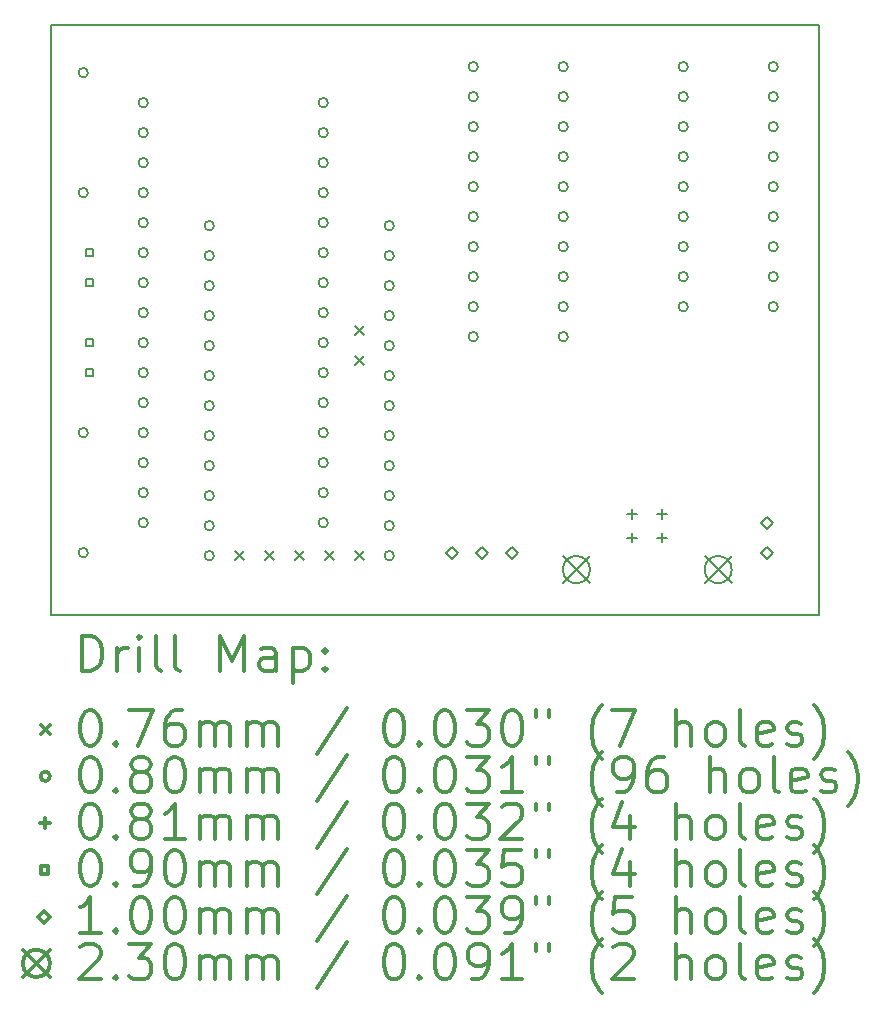
<source format=gbr>
%FSLAX45Y45*%
G04 Gerber Fmt 4.5, Leading zero omitted, Abs format (unit mm)*
G04 Created by KiCad (PCBNEW 4.0.6) date 04/12/19 16:58:53*
%MOMM*%
%LPD*%
G01*
G04 APERTURE LIST*
%ADD10C,0.127000*%
%ADD11C,0.150000*%
%ADD12C,0.200000*%
%ADD13C,0.300000*%
G04 APERTURE END LIST*
D10*
D11*
X16893200Y-13433200D02*
X10393200Y-13433200D01*
X16893200Y-8433200D02*
X16893200Y-13433200D01*
X10393200Y-8433200D02*
X10393200Y-13433200D01*
X10393200Y-8433200D02*
X16893200Y-8433200D01*
D12*
X11950700Y-12890500D02*
X12026900Y-12966700D01*
X12026900Y-12890500D02*
X11950700Y-12966700D01*
X12204700Y-12890500D02*
X12280900Y-12966700D01*
X12280900Y-12890500D02*
X12204700Y-12966700D01*
X12458700Y-12890500D02*
X12534900Y-12966700D01*
X12534900Y-12890500D02*
X12458700Y-12966700D01*
X12712700Y-12890500D02*
X12788900Y-12966700D01*
X12788900Y-12890500D02*
X12712700Y-12966700D01*
X12966700Y-10985500D02*
X13042900Y-11061700D01*
X13042900Y-10985500D02*
X12966700Y-11061700D01*
X12966700Y-11239500D02*
X13042900Y-11315700D01*
X13042900Y-11239500D02*
X12966700Y-11315700D01*
X12966700Y-12890500D02*
X13042900Y-12966700D01*
X13042900Y-12890500D02*
X12966700Y-12966700D01*
X10708000Y-8839200D02*
G75*
G03X10708000Y-8839200I-40000J0D01*
G01*
X10708000Y-9855200D02*
G75*
G03X10708000Y-9855200I-40000J0D01*
G01*
X10708000Y-11887200D02*
G75*
G03X10708000Y-11887200I-40000J0D01*
G01*
X10708000Y-12903200D02*
G75*
G03X10708000Y-12903200I-40000J0D01*
G01*
X11216000Y-9093200D02*
G75*
G03X11216000Y-9093200I-40000J0D01*
G01*
X11216000Y-9347200D02*
G75*
G03X11216000Y-9347200I-40000J0D01*
G01*
X11216000Y-9601200D02*
G75*
G03X11216000Y-9601200I-40000J0D01*
G01*
X11216000Y-9855200D02*
G75*
G03X11216000Y-9855200I-40000J0D01*
G01*
X11216000Y-10109200D02*
G75*
G03X11216000Y-10109200I-40000J0D01*
G01*
X11216000Y-10363200D02*
G75*
G03X11216000Y-10363200I-40000J0D01*
G01*
X11216000Y-10617200D02*
G75*
G03X11216000Y-10617200I-40000J0D01*
G01*
X11216000Y-10871200D02*
G75*
G03X11216000Y-10871200I-40000J0D01*
G01*
X11216000Y-11125200D02*
G75*
G03X11216000Y-11125200I-40000J0D01*
G01*
X11216000Y-11379200D02*
G75*
G03X11216000Y-11379200I-40000J0D01*
G01*
X11216000Y-11633200D02*
G75*
G03X11216000Y-11633200I-40000J0D01*
G01*
X11216000Y-11887200D02*
G75*
G03X11216000Y-11887200I-40000J0D01*
G01*
X11216000Y-12141200D02*
G75*
G03X11216000Y-12141200I-40000J0D01*
G01*
X11216000Y-12395200D02*
G75*
G03X11216000Y-12395200I-40000J0D01*
G01*
X11216000Y-12649200D02*
G75*
G03X11216000Y-12649200I-40000J0D01*
G01*
X11774800Y-10134600D02*
G75*
G03X11774800Y-10134600I-40000J0D01*
G01*
X11774800Y-10388600D02*
G75*
G03X11774800Y-10388600I-40000J0D01*
G01*
X11774800Y-10642600D02*
G75*
G03X11774800Y-10642600I-40000J0D01*
G01*
X11774800Y-10896600D02*
G75*
G03X11774800Y-10896600I-40000J0D01*
G01*
X11774800Y-11150600D02*
G75*
G03X11774800Y-11150600I-40000J0D01*
G01*
X11774800Y-11404600D02*
G75*
G03X11774800Y-11404600I-40000J0D01*
G01*
X11774800Y-11658600D02*
G75*
G03X11774800Y-11658600I-40000J0D01*
G01*
X11774800Y-11912600D02*
G75*
G03X11774800Y-11912600I-40000J0D01*
G01*
X11774800Y-12166600D02*
G75*
G03X11774800Y-12166600I-40000J0D01*
G01*
X11774800Y-12420600D02*
G75*
G03X11774800Y-12420600I-40000J0D01*
G01*
X11774800Y-12674600D02*
G75*
G03X11774800Y-12674600I-40000J0D01*
G01*
X11774800Y-12928600D02*
G75*
G03X11774800Y-12928600I-40000J0D01*
G01*
X12740000Y-9093200D02*
G75*
G03X12740000Y-9093200I-40000J0D01*
G01*
X12740000Y-9347200D02*
G75*
G03X12740000Y-9347200I-40000J0D01*
G01*
X12740000Y-9601200D02*
G75*
G03X12740000Y-9601200I-40000J0D01*
G01*
X12740000Y-9855200D02*
G75*
G03X12740000Y-9855200I-40000J0D01*
G01*
X12740000Y-10109200D02*
G75*
G03X12740000Y-10109200I-40000J0D01*
G01*
X12740000Y-10363200D02*
G75*
G03X12740000Y-10363200I-40000J0D01*
G01*
X12740000Y-10617200D02*
G75*
G03X12740000Y-10617200I-40000J0D01*
G01*
X12740000Y-10871200D02*
G75*
G03X12740000Y-10871200I-40000J0D01*
G01*
X12740000Y-11125200D02*
G75*
G03X12740000Y-11125200I-40000J0D01*
G01*
X12740000Y-11379200D02*
G75*
G03X12740000Y-11379200I-40000J0D01*
G01*
X12740000Y-11633200D02*
G75*
G03X12740000Y-11633200I-40000J0D01*
G01*
X12740000Y-11887200D02*
G75*
G03X12740000Y-11887200I-40000J0D01*
G01*
X12740000Y-12141200D02*
G75*
G03X12740000Y-12141200I-40000J0D01*
G01*
X12740000Y-12395200D02*
G75*
G03X12740000Y-12395200I-40000J0D01*
G01*
X12740000Y-12649200D02*
G75*
G03X12740000Y-12649200I-40000J0D01*
G01*
X13298800Y-10134600D02*
G75*
G03X13298800Y-10134600I-40000J0D01*
G01*
X13298800Y-10388600D02*
G75*
G03X13298800Y-10388600I-40000J0D01*
G01*
X13298800Y-10642600D02*
G75*
G03X13298800Y-10642600I-40000J0D01*
G01*
X13298800Y-10896600D02*
G75*
G03X13298800Y-10896600I-40000J0D01*
G01*
X13298800Y-11150600D02*
G75*
G03X13298800Y-11150600I-40000J0D01*
G01*
X13298800Y-11404600D02*
G75*
G03X13298800Y-11404600I-40000J0D01*
G01*
X13298800Y-11658600D02*
G75*
G03X13298800Y-11658600I-40000J0D01*
G01*
X13298800Y-11912600D02*
G75*
G03X13298800Y-11912600I-40000J0D01*
G01*
X13298800Y-12166600D02*
G75*
G03X13298800Y-12166600I-40000J0D01*
G01*
X13298800Y-12420600D02*
G75*
G03X13298800Y-12420600I-40000J0D01*
G01*
X13298800Y-12674600D02*
G75*
G03X13298800Y-12674600I-40000J0D01*
G01*
X13298800Y-12928600D02*
G75*
G03X13298800Y-12928600I-40000J0D01*
G01*
X14010000Y-8788400D02*
G75*
G03X14010000Y-8788400I-40000J0D01*
G01*
X14010000Y-9042400D02*
G75*
G03X14010000Y-9042400I-40000J0D01*
G01*
X14010000Y-9296400D02*
G75*
G03X14010000Y-9296400I-40000J0D01*
G01*
X14010000Y-9550400D02*
G75*
G03X14010000Y-9550400I-40000J0D01*
G01*
X14010000Y-9804400D02*
G75*
G03X14010000Y-9804400I-40000J0D01*
G01*
X14010000Y-10058400D02*
G75*
G03X14010000Y-10058400I-40000J0D01*
G01*
X14010000Y-10312400D02*
G75*
G03X14010000Y-10312400I-40000J0D01*
G01*
X14010000Y-10566400D02*
G75*
G03X14010000Y-10566400I-40000J0D01*
G01*
X14010000Y-10820400D02*
G75*
G03X14010000Y-10820400I-40000J0D01*
G01*
X14010000Y-11074400D02*
G75*
G03X14010000Y-11074400I-40000J0D01*
G01*
X14772000Y-8788400D02*
G75*
G03X14772000Y-8788400I-40000J0D01*
G01*
X14772000Y-9042400D02*
G75*
G03X14772000Y-9042400I-40000J0D01*
G01*
X14772000Y-9296400D02*
G75*
G03X14772000Y-9296400I-40000J0D01*
G01*
X14772000Y-9550400D02*
G75*
G03X14772000Y-9550400I-40000J0D01*
G01*
X14772000Y-9804400D02*
G75*
G03X14772000Y-9804400I-40000J0D01*
G01*
X14772000Y-10058400D02*
G75*
G03X14772000Y-10058400I-40000J0D01*
G01*
X14772000Y-10312400D02*
G75*
G03X14772000Y-10312400I-40000J0D01*
G01*
X14772000Y-10566400D02*
G75*
G03X14772000Y-10566400I-40000J0D01*
G01*
X14772000Y-10820400D02*
G75*
G03X14772000Y-10820400I-40000J0D01*
G01*
X14772000Y-11074400D02*
G75*
G03X14772000Y-11074400I-40000J0D01*
G01*
X15788000Y-8788400D02*
G75*
G03X15788000Y-8788400I-40000J0D01*
G01*
X15788000Y-9042400D02*
G75*
G03X15788000Y-9042400I-40000J0D01*
G01*
X15788000Y-9296400D02*
G75*
G03X15788000Y-9296400I-40000J0D01*
G01*
X15788000Y-9550400D02*
G75*
G03X15788000Y-9550400I-40000J0D01*
G01*
X15788000Y-9804400D02*
G75*
G03X15788000Y-9804400I-40000J0D01*
G01*
X15788000Y-10058400D02*
G75*
G03X15788000Y-10058400I-40000J0D01*
G01*
X15788000Y-10312400D02*
G75*
G03X15788000Y-10312400I-40000J0D01*
G01*
X15788000Y-10566400D02*
G75*
G03X15788000Y-10566400I-40000J0D01*
G01*
X15788000Y-10820400D02*
G75*
G03X15788000Y-10820400I-40000J0D01*
G01*
X16550000Y-8788400D02*
G75*
G03X16550000Y-8788400I-40000J0D01*
G01*
X16550000Y-9042400D02*
G75*
G03X16550000Y-9042400I-40000J0D01*
G01*
X16550000Y-9296400D02*
G75*
G03X16550000Y-9296400I-40000J0D01*
G01*
X16550000Y-9550400D02*
G75*
G03X16550000Y-9550400I-40000J0D01*
G01*
X16550000Y-9804400D02*
G75*
G03X16550000Y-9804400I-40000J0D01*
G01*
X16550000Y-10058400D02*
G75*
G03X16550000Y-10058400I-40000J0D01*
G01*
X16550000Y-10312400D02*
G75*
G03X16550000Y-10312400I-40000J0D01*
G01*
X16550000Y-10566400D02*
G75*
G03X16550000Y-10566400I-40000J0D01*
G01*
X16550000Y-10820400D02*
G75*
G03X16550000Y-10820400I-40000J0D01*
G01*
X15316200Y-12535700D02*
X15316200Y-12616700D01*
X15275700Y-12576200D02*
X15356700Y-12576200D01*
X15316200Y-12735700D02*
X15316200Y-12816700D01*
X15275700Y-12776200D02*
X15356700Y-12776200D01*
X15570200Y-12535700D02*
X15570200Y-12616700D01*
X15529700Y-12576200D02*
X15610700Y-12576200D01*
X15570200Y-12735700D02*
X15570200Y-12816700D01*
X15529700Y-12776200D02*
X15610700Y-12776200D01*
X10750620Y-10395020D02*
X10750620Y-10331380D01*
X10686980Y-10331380D01*
X10686980Y-10395020D01*
X10750620Y-10395020D01*
X10750620Y-10649020D02*
X10750620Y-10585380D01*
X10686980Y-10585380D01*
X10686980Y-10649020D01*
X10750620Y-10649020D01*
X10750620Y-11157020D02*
X10750620Y-11093380D01*
X10686980Y-11093380D01*
X10686980Y-11157020D01*
X10750620Y-11157020D01*
X10750620Y-11411020D02*
X10750620Y-11347380D01*
X10686980Y-11347380D01*
X10686980Y-11411020D01*
X10750620Y-11411020D01*
X13792200Y-12953200D02*
X13842200Y-12903200D01*
X13792200Y-12853200D01*
X13742200Y-12903200D01*
X13792200Y-12953200D01*
X14046200Y-12953200D02*
X14096200Y-12903200D01*
X14046200Y-12853200D01*
X13996200Y-12903200D01*
X14046200Y-12953200D01*
X14300200Y-12953200D02*
X14350200Y-12903200D01*
X14300200Y-12853200D01*
X14250200Y-12903200D01*
X14300200Y-12953200D01*
X16459200Y-12699200D02*
X16509200Y-12649200D01*
X16459200Y-12599200D01*
X16409200Y-12649200D01*
X16459200Y-12699200D01*
X16459200Y-12953200D02*
X16509200Y-12903200D01*
X16459200Y-12853200D01*
X16409200Y-12903200D01*
X16459200Y-12953200D01*
X14728200Y-12931200D02*
X14958200Y-13161200D01*
X14958200Y-12931200D02*
X14728200Y-13161200D01*
X14958200Y-13046200D02*
G75*
G03X14958200Y-13046200I-115000J0D01*
G01*
X15928200Y-12931200D02*
X16158200Y-13161200D01*
X16158200Y-12931200D02*
X15928200Y-13161200D01*
X16158200Y-13046200D02*
G75*
G03X16158200Y-13046200I-115000J0D01*
G01*
D13*
X10657129Y-13906414D02*
X10657129Y-13606414D01*
X10728557Y-13606414D01*
X10771414Y-13620700D01*
X10799986Y-13649271D01*
X10814271Y-13677843D01*
X10828557Y-13734986D01*
X10828557Y-13777843D01*
X10814271Y-13834986D01*
X10799986Y-13863557D01*
X10771414Y-13892129D01*
X10728557Y-13906414D01*
X10657129Y-13906414D01*
X10957129Y-13906414D02*
X10957129Y-13706414D01*
X10957129Y-13763557D02*
X10971414Y-13734986D01*
X10985700Y-13720700D01*
X11014271Y-13706414D01*
X11042843Y-13706414D01*
X11142843Y-13906414D02*
X11142843Y-13706414D01*
X11142843Y-13606414D02*
X11128557Y-13620700D01*
X11142843Y-13634986D01*
X11157129Y-13620700D01*
X11142843Y-13606414D01*
X11142843Y-13634986D01*
X11328557Y-13906414D02*
X11299986Y-13892129D01*
X11285700Y-13863557D01*
X11285700Y-13606414D01*
X11485700Y-13906414D02*
X11457128Y-13892129D01*
X11442843Y-13863557D01*
X11442843Y-13606414D01*
X11828557Y-13906414D02*
X11828557Y-13606414D01*
X11928557Y-13820700D01*
X12028557Y-13606414D01*
X12028557Y-13906414D01*
X12299986Y-13906414D02*
X12299986Y-13749271D01*
X12285700Y-13720700D01*
X12257128Y-13706414D01*
X12199986Y-13706414D01*
X12171414Y-13720700D01*
X12299986Y-13892129D02*
X12271414Y-13906414D01*
X12199986Y-13906414D01*
X12171414Y-13892129D01*
X12157128Y-13863557D01*
X12157128Y-13834986D01*
X12171414Y-13806414D01*
X12199986Y-13792129D01*
X12271414Y-13792129D01*
X12299986Y-13777843D01*
X12442843Y-13706414D02*
X12442843Y-14006414D01*
X12442843Y-13720700D02*
X12471414Y-13706414D01*
X12528557Y-13706414D01*
X12557128Y-13720700D01*
X12571414Y-13734986D01*
X12585700Y-13763557D01*
X12585700Y-13849271D01*
X12571414Y-13877843D01*
X12557128Y-13892129D01*
X12528557Y-13906414D01*
X12471414Y-13906414D01*
X12442843Y-13892129D01*
X12714271Y-13877843D02*
X12728557Y-13892129D01*
X12714271Y-13906414D01*
X12699986Y-13892129D01*
X12714271Y-13877843D01*
X12714271Y-13906414D01*
X12714271Y-13720700D02*
X12728557Y-13734986D01*
X12714271Y-13749271D01*
X12699986Y-13734986D01*
X12714271Y-13720700D01*
X12714271Y-13749271D01*
X10309500Y-14362600D02*
X10385700Y-14438800D01*
X10385700Y-14362600D02*
X10309500Y-14438800D01*
X10714271Y-14236414D02*
X10742843Y-14236414D01*
X10771414Y-14250700D01*
X10785700Y-14264986D01*
X10799986Y-14293557D01*
X10814271Y-14350700D01*
X10814271Y-14422129D01*
X10799986Y-14479271D01*
X10785700Y-14507843D01*
X10771414Y-14522129D01*
X10742843Y-14536414D01*
X10714271Y-14536414D01*
X10685700Y-14522129D01*
X10671414Y-14507843D01*
X10657129Y-14479271D01*
X10642843Y-14422129D01*
X10642843Y-14350700D01*
X10657129Y-14293557D01*
X10671414Y-14264986D01*
X10685700Y-14250700D01*
X10714271Y-14236414D01*
X10942843Y-14507843D02*
X10957129Y-14522129D01*
X10942843Y-14536414D01*
X10928557Y-14522129D01*
X10942843Y-14507843D01*
X10942843Y-14536414D01*
X11057128Y-14236414D02*
X11257128Y-14236414D01*
X11128557Y-14536414D01*
X11499986Y-14236414D02*
X11442843Y-14236414D01*
X11414271Y-14250700D01*
X11399986Y-14264986D01*
X11371414Y-14307843D01*
X11357128Y-14364986D01*
X11357128Y-14479271D01*
X11371414Y-14507843D01*
X11385700Y-14522129D01*
X11414271Y-14536414D01*
X11471414Y-14536414D01*
X11499986Y-14522129D01*
X11514271Y-14507843D01*
X11528557Y-14479271D01*
X11528557Y-14407843D01*
X11514271Y-14379271D01*
X11499986Y-14364986D01*
X11471414Y-14350700D01*
X11414271Y-14350700D01*
X11385700Y-14364986D01*
X11371414Y-14379271D01*
X11357128Y-14407843D01*
X11657128Y-14536414D02*
X11657128Y-14336414D01*
X11657128Y-14364986D02*
X11671414Y-14350700D01*
X11699986Y-14336414D01*
X11742843Y-14336414D01*
X11771414Y-14350700D01*
X11785700Y-14379271D01*
X11785700Y-14536414D01*
X11785700Y-14379271D02*
X11799986Y-14350700D01*
X11828557Y-14336414D01*
X11871414Y-14336414D01*
X11899986Y-14350700D01*
X11914271Y-14379271D01*
X11914271Y-14536414D01*
X12057128Y-14536414D02*
X12057128Y-14336414D01*
X12057128Y-14364986D02*
X12071414Y-14350700D01*
X12099986Y-14336414D01*
X12142843Y-14336414D01*
X12171414Y-14350700D01*
X12185700Y-14379271D01*
X12185700Y-14536414D01*
X12185700Y-14379271D02*
X12199986Y-14350700D01*
X12228557Y-14336414D01*
X12271414Y-14336414D01*
X12299986Y-14350700D01*
X12314271Y-14379271D01*
X12314271Y-14536414D01*
X12899986Y-14222129D02*
X12642843Y-14607843D01*
X13285700Y-14236414D02*
X13314271Y-14236414D01*
X13342843Y-14250700D01*
X13357128Y-14264986D01*
X13371414Y-14293557D01*
X13385700Y-14350700D01*
X13385700Y-14422129D01*
X13371414Y-14479271D01*
X13357128Y-14507843D01*
X13342843Y-14522129D01*
X13314271Y-14536414D01*
X13285700Y-14536414D01*
X13257128Y-14522129D01*
X13242843Y-14507843D01*
X13228557Y-14479271D01*
X13214271Y-14422129D01*
X13214271Y-14350700D01*
X13228557Y-14293557D01*
X13242843Y-14264986D01*
X13257128Y-14250700D01*
X13285700Y-14236414D01*
X13514271Y-14507843D02*
X13528557Y-14522129D01*
X13514271Y-14536414D01*
X13499986Y-14522129D01*
X13514271Y-14507843D01*
X13514271Y-14536414D01*
X13714271Y-14236414D02*
X13742843Y-14236414D01*
X13771414Y-14250700D01*
X13785700Y-14264986D01*
X13799985Y-14293557D01*
X13814271Y-14350700D01*
X13814271Y-14422129D01*
X13799985Y-14479271D01*
X13785700Y-14507843D01*
X13771414Y-14522129D01*
X13742843Y-14536414D01*
X13714271Y-14536414D01*
X13685700Y-14522129D01*
X13671414Y-14507843D01*
X13657128Y-14479271D01*
X13642843Y-14422129D01*
X13642843Y-14350700D01*
X13657128Y-14293557D01*
X13671414Y-14264986D01*
X13685700Y-14250700D01*
X13714271Y-14236414D01*
X13914271Y-14236414D02*
X14099985Y-14236414D01*
X13999985Y-14350700D01*
X14042843Y-14350700D01*
X14071414Y-14364986D01*
X14085700Y-14379271D01*
X14099985Y-14407843D01*
X14099985Y-14479271D01*
X14085700Y-14507843D01*
X14071414Y-14522129D01*
X14042843Y-14536414D01*
X13957128Y-14536414D01*
X13928557Y-14522129D01*
X13914271Y-14507843D01*
X14285700Y-14236414D02*
X14314271Y-14236414D01*
X14342843Y-14250700D01*
X14357128Y-14264986D01*
X14371414Y-14293557D01*
X14385700Y-14350700D01*
X14385700Y-14422129D01*
X14371414Y-14479271D01*
X14357128Y-14507843D01*
X14342843Y-14522129D01*
X14314271Y-14536414D01*
X14285700Y-14536414D01*
X14257128Y-14522129D01*
X14242843Y-14507843D01*
X14228557Y-14479271D01*
X14214271Y-14422129D01*
X14214271Y-14350700D01*
X14228557Y-14293557D01*
X14242843Y-14264986D01*
X14257128Y-14250700D01*
X14285700Y-14236414D01*
X14499986Y-14236414D02*
X14499986Y-14293557D01*
X14614271Y-14236414D02*
X14614271Y-14293557D01*
X15057128Y-14650700D02*
X15042843Y-14636414D01*
X15014271Y-14593557D01*
X14999985Y-14564986D01*
X14985700Y-14522129D01*
X14971414Y-14450700D01*
X14971414Y-14393557D01*
X14985700Y-14322129D01*
X14999985Y-14279271D01*
X15014271Y-14250700D01*
X15042843Y-14207843D01*
X15057128Y-14193557D01*
X15142843Y-14236414D02*
X15342843Y-14236414D01*
X15214271Y-14536414D01*
X15685700Y-14536414D02*
X15685700Y-14236414D01*
X15814271Y-14536414D02*
X15814271Y-14379271D01*
X15799985Y-14350700D01*
X15771414Y-14336414D01*
X15728557Y-14336414D01*
X15699985Y-14350700D01*
X15685700Y-14364986D01*
X15999985Y-14536414D02*
X15971414Y-14522129D01*
X15957128Y-14507843D01*
X15942843Y-14479271D01*
X15942843Y-14393557D01*
X15957128Y-14364986D01*
X15971414Y-14350700D01*
X15999985Y-14336414D01*
X16042843Y-14336414D01*
X16071414Y-14350700D01*
X16085700Y-14364986D01*
X16099985Y-14393557D01*
X16099985Y-14479271D01*
X16085700Y-14507843D01*
X16071414Y-14522129D01*
X16042843Y-14536414D01*
X15999985Y-14536414D01*
X16271414Y-14536414D02*
X16242843Y-14522129D01*
X16228557Y-14493557D01*
X16228557Y-14236414D01*
X16499986Y-14522129D02*
X16471414Y-14536414D01*
X16414271Y-14536414D01*
X16385700Y-14522129D01*
X16371414Y-14493557D01*
X16371414Y-14379271D01*
X16385700Y-14350700D01*
X16414271Y-14336414D01*
X16471414Y-14336414D01*
X16499986Y-14350700D01*
X16514271Y-14379271D01*
X16514271Y-14407843D01*
X16371414Y-14436414D01*
X16628557Y-14522129D02*
X16657128Y-14536414D01*
X16714271Y-14536414D01*
X16742843Y-14522129D01*
X16757128Y-14493557D01*
X16757128Y-14479271D01*
X16742843Y-14450700D01*
X16714271Y-14436414D01*
X16671414Y-14436414D01*
X16642843Y-14422129D01*
X16628557Y-14393557D01*
X16628557Y-14379271D01*
X16642843Y-14350700D01*
X16671414Y-14336414D01*
X16714271Y-14336414D01*
X16742843Y-14350700D01*
X16857128Y-14650700D02*
X16871414Y-14636414D01*
X16899986Y-14593557D01*
X16914271Y-14564986D01*
X16928557Y-14522129D01*
X16942843Y-14450700D01*
X16942843Y-14393557D01*
X16928557Y-14322129D01*
X16914271Y-14279271D01*
X16899986Y-14250700D01*
X16871414Y-14207843D01*
X16857128Y-14193557D01*
X10385700Y-14796700D02*
G75*
G03X10385700Y-14796700I-40000J0D01*
G01*
X10714271Y-14632414D02*
X10742843Y-14632414D01*
X10771414Y-14646700D01*
X10785700Y-14660986D01*
X10799986Y-14689557D01*
X10814271Y-14746700D01*
X10814271Y-14818129D01*
X10799986Y-14875271D01*
X10785700Y-14903843D01*
X10771414Y-14918129D01*
X10742843Y-14932414D01*
X10714271Y-14932414D01*
X10685700Y-14918129D01*
X10671414Y-14903843D01*
X10657129Y-14875271D01*
X10642843Y-14818129D01*
X10642843Y-14746700D01*
X10657129Y-14689557D01*
X10671414Y-14660986D01*
X10685700Y-14646700D01*
X10714271Y-14632414D01*
X10942843Y-14903843D02*
X10957129Y-14918129D01*
X10942843Y-14932414D01*
X10928557Y-14918129D01*
X10942843Y-14903843D01*
X10942843Y-14932414D01*
X11128557Y-14760986D02*
X11099986Y-14746700D01*
X11085700Y-14732414D01*
X11071414Y-14703843D01*
X11071414Y-14689557D01*
X11085700Y-14660986D01*
X11099986Y-14646700D01*
X11128557Y-14632414D01*
X11185700Y-14632414D01*
X11214271Y-14646700D01*
X11228557Y-14660986D01*
X11242843Y-14689557D01*
X11242843Y-14703843D01*
X11228557Y-14732414D01*
X11214271Y-14746700D01*
X11185700Y-14760986D01*
X11128557Y-14760986D01*
X11099986Y-14775271D01*
X11085700Y-14789557D01*
X11071414Y-14818129D01*
X11071414Y-14875271D01*
X11085700Y-14903843D01*
X11099986Y-14918129D01*
X11128557Y-14932414D01*
X11185700Y-14932414D01*
X11214271Y-14918129D01*
X11228557Y-14903843D01*
X11242843Y-14875271D01*
X11242843Y-14818129D01*
X11228557Y-14789557D01*
X11214271Y-14775271D01*
X11185700Y-14760986D01*
X11428557Y-14632414D02*
X11457128Y-14632414D01*
X11485700Y-14646700D01*
X11499986Y-14660986D01*
X11514271Y-14689557D01*
X11528557Y-14746700D01*
X11528557Y-14818129D01*
X11514271Y-14875271D01*
X11499986Y-14903843D01*
X11485700Y-14918129D01*
X11457128Y-14932414D01*
X11428557Y-14932414D01*
X11399986Y-14918129D01*
X11385700Y-14903843D01*
X11371414Y-14875271D01*
X11357128Y-14818129D01*
X11357128Y-14746700D01*
X11371414Y-14689557D01*
X11385700Y-14660986D01*
X11399986Y-14646700D01*
X11428557Y-14632414D01*
X11657128Y-14932414D02*
X11657128Y-14732414D01*
X11657128Y-14760986D02*
X11671414Y-14746700D01*
X11699986Y-14732414D01*
X11742843Y-14732414D01*
X11771414Y-14746700D01*
X11785700Y-14775271D01*
X11785700Y-14932414D01*
X11785700Y-14775271D02*
X11799986Y-14746700D01*
X11828557Y-14732414D01*
X11871414Y-14732414D01*
X11899986Y-14746700D01*
X11914271Y-14775271D01*
X11914271Y-14932414D01*
X12057128Y-14932414D02*
X12057128Y-14732414D01*
X12057128Y-14760986D02*
X12071414Y-14746700D01*
X12099986Y-14732414D01*
X12142843Y-14732414D01*
X12171414Y-14746700D01*
X12185700Y-14775271D01*
X12185700Y-14932414D01*
X12185700Y-14775271D02*
X12199986Y-14746700D01*
X12228557Y-14732414D01*
X12271414Y-14732414D01*
X12299986Y-14746700D01*
X12314271Y-14775271D01*
X12314271Y-14932414D01*
X12899986Y-14618129D02*
X12642843Y-15003843D01*
X13285700Y-14632414D02*
X13314271Y-14632414D01*
X13342843Y-14646700D01*
X13357128Y-14660986D01*
X13371414Y-14689557D01*
X13385700Y-14746700D01*
X13385700Y-14818129D01*
X13371414Y-14875271D01*
X13357128Y-14903843D01*
X13342843Y-14918129D01*
X13314271Y-14932414D01*
X13285700Y-14932414D01*
X13257128Y-14918129D01*
X13242843Y-14903843D01*
X13228557Y-14875271D01*
X13214271Y-14818129D01*
X13214271Y-14746700D01*
X13228557Y-14689557D01*
X13242843Y-14660986D01*
X13257128Y-14646700D01*
X13285700Y-14632414D01*
X13514271Y-14903843D02*
X13528557Y-14918129D01*
X13514271Y-14932414D01*
X13499986Y-14918129D01*
X13514271Y-14903843D01*
X13514271Y-14932414D01*
X13714271Y-14632414D02*
X13742843Y-14632414D01*
X13771414Y-14646700D01*
X13785700Y-14660986D01*
X13799985Y-14689557D01*
X13814271Y-14746700D01*
X13814271Y-14818129D01*
X13799985Y-14875271D01*
X13785700Y-14903843D01*
X13771414Y-14918129D01*
X13742843Y-14932414D01*
X13714271Y-14932414D01*
X13685700Y-14918129D01*
X13671414Y-14903843D01*
X13657128Y-14875271D01*
X13642843Y-14818129D01*
X13642843Y-14746700D01*
X13657128Y-14689557D01*
X13671414Y-14660986D01*
X13685700Y-14646700D01*
X13714271Y-14632414D01*
X13914271Y-14632414D02*
X14099985Y-14632414D01*
X13999985Y-14746700D01*
X14042843Y-14746700D01*
X14071414Y-14760986D01*
X14085700Y-14775271D01*
X14099985Y-14803843D01*
X14099985Y-14875271D01*
X14085700Y-14903843D01*
X14071414Y-14918129D01*
X14042843Y-14932414D01*
X13957128Y-14932414D01*
X13928557Y-14918129D01*
X13914271Y-14903843D01*
X14385700Y-14932414D02*
X14214271Y-14932414D01*
X14299985Y-14932414D02*
X14299985Y-14632414D01*
X14271414Y-14675271D01*
X14242843Y-14703843D01*
X14214271Y-14718129D01*
X14499986Y-14632414D02*
X14499986Y-14689557D01*
X14614271Y-14632414D02*
X14614271Y-14689557D01*
X15057128Y-15046700D02*
X15042843Y-15032414D01*
X15014271Y-14989557D01*
X14999985Y-14960986D01*
X14985700Y-14918129D01*
X14971414Y-14846700D01*
X14971414Y-14789557D01*
X14985700Y-14718129D01*
X14999985Y-14675271D01*
X15014271Y-14646700D01*
X15042843Y-14603843D01*
X15057128Y-14589557D01*
X15185700Y-14932414D02*
X15242843Y-14932414D01*
X15271414Y-14918129D01*
X15285700Y-14903843D01*
X15314271Y-14860986D01*
X15328557Y-14803843D01*
X15328557Y-14689557D01*
X15314271Y-14660986D01*
X15299985Y-14646700D01*
X15271414Y-14632414D01*
X15214271Y-14632414D01*
X15185700Y-14646700D01*
X15171414Y-14660986D01*
X15157128Y-14689557D01*
X15157128Y-14760986D01*
X15171414Y-14789557D01*
X15185700Y-14803843D01*
X15214271Y-14818129D01*
X15271414Y-14818129D01*
X15299985Y-14803843D01*
X15314271Y-14789557D01*
X15328557Y-14760986D01*
X15585700Y-14632414D02*
X15528557Y-14632414D01*
X15499985Y-14646700D01*
X15485700Y-14660986D01*
X15457128Y-14703843D01*
X15442843Y-14760986D01*
X15442843Y-14875271D01*
X15457128Y-14903843D01*
X15471414Y-14918129D01*
X15499985Y-14932414D01*
X15557128Y-14932414D01*
X15585700Y-14918129D01*
X15599985Y-14903843D01*
X15614271Y-14875271D01*
X15614271Y-14803843D01*
X15599985Y-14775271D01*
X15585700Y-14760986D01*
X15557128Y-14746700D01*
X15499985Y-14746700D01*
X15471414Y-14760986D01*
X15457128Y-14775271D01*
X15442843Y-14803843D01*
X15971414Y-14932414D02*
X15971414Y-14632414D01*
X16099985Y-14932414D02*
X16099985Y-14775271D01*
X16085700Y-14746700D01*
X16057128Y-14732414D01*
X16014271Y-14732414D01*
X15985700Y-14746700D01*
X15971414Y-14760986D01*
X16285700Y-14932414D02*
X16257128Y-14918129D01*
X16242843Y-14903843D01*
X16228557Y-14875271D01*
X16228557Y-14789557D01*
X16242843Y-14760986D01*
X16257128Y-14746700D01*
X16285700Y-14732414D01*
X16328557Y-14732414D01*
X16357128Y-14746700D01*
X16371414Y-14760986D01*
X16385700Y-14789557D01*
X16385700Y-14875271D01*
X16371414Y-14903843D01*
X16357128Y-14918129D01*
X16328557Y-14932414D01*
X16285700Y-14932414D01*
X16557128Y-14932414D02*
X16528557Y-14918129D01*
X16514271Y-14889557D01*
X16514271Y-14632414D01*
X16785700Y-14918129D02*
X16757128Y-14932414D01*
X16699986Y-14932414D01*
X16671414Y-14918129D01*
X16657128Y-14889557D01*
X16657128Y-14775271D01*
X16671414Y-14746700D01*
X16699986Y-14732414D01*
X16757128Y-14732414D01*
X16785700Y-14746700D01*
X16799986Y-14775271D01*
X16799986Y-14803843D01*
X16657128Y-14832414D01*
X16914271Y-14918129D02*
X16942843Y-14932414D01*
X16999986Y-14932414D01*
X17028557Y-14918129D01*
X17042843Y-14889557D01*
X17042843Y-14875271D01*
X17028557Y-14846700D01*
X16999986Y-14832414D01*
X16957129Y-14832414D01*
X16928557Y-14818129D01*
X16914271Y-14789557D01*
X16914271Y-14775271D01*
X16928557Y-14746700D01*
X16957129Y-14732414D01*
X16999986Y-14732414D01*
X17028557Y-14746700D01*
X17142843Y-15046700D02*
X17157129Y-15032414D01*
X17185700Y-14989557D01*
X17199986Y-14960986D01*
X17214271Y-14918129D01*
X17228557Y-14846700D01*
X17228557Y-14789557D01*
X17214271Y-14718129D01*
X17199986Y-14675271D01*
X17185700Y-14646700D01*
X17157129Y-14603843D01*
X17142843Y-14589557D01*
X10345200Y-15152200D02*
X10345200Y-15233200D01*
X10304700Y-15192700D02*
X10385700Y-15192700D01*
X10714271Y-15028414D02*
X10742843Y-15028414D01*
X10771414Y-15042700D01*
X10785700Y-15056986D01*
X10799986Y-15085557D01*
X10814271Y-15142700D01*
X10814271Y-15214129D01*
X10799986Y-15271271D01*
X10785700Y-15299843D01*
X10771414Y-15314129D01*
X10742843Y-15328414D01*
X10714271Y-15328414D01*
X10685700Y-15314129D01*
X10671414Y-15299843D01*
X10657129Y-15271271D01*
X10642843Y-15214129D01*
X10642843Y-15142700D01*
X10657129Y-15085557D01*
X10671414Y-15056986D01*
X10685700Y-15042700D01*
X10714271Y-15028414D01*
X10942843Y-15299843D02*
X10957129Y-15314129D01*
X10942843Y-15328414D01*
X10928557Y-15314129D01*
X10942843Y-15299843D01*
X10942843Y-15328414D01*
X11128557Y-15156986D02*
X11099986Y-15142700D01*
X11085700Y-15128414D01*
X11071414Y-15099843D01*
X11071414Y-15085557D01*
X11085700Y-15056986D01*
X11099986Y-15042700D01*
X11128557Y-15028414D01*
X11185700Y-15028414D01*
X11214271Y-15042700D01*
X11228557Y-15056986D01*
X11242843Y-15085557D01*
X11242843Y-15099843D01*
X11228557Y-15128414D01*
X11214271Y-15142700D01*
X11185700Y-15156986D01*
X11128557Y-15156986D01*
X11099986Y-15171271D01*
X11085700Y-15185557D01*
X11071414Y-15214129D01*
X11071414Y-15271271D01*
X11085700Y-15299843D01*
X11099986Y-15314129D01*
X11128557Y-15328414D01*
X11185700Y-15328414D01*
X11214271Y-15314129D01*
X11228557Y-15299843D01*
X11242843Y-15271271D01*
X11242843Y-15214129D01*
X11228557Y-15185557D01*
X11214271Y-15171271D01*
X11185700Y-15156986D01*
X11528557Y-15328414D02*
X11357128Y-15328414D01*
X11442843Y-15328414D02*
X11442843Y-15028414D01*
X11414271Y-15071271D01*
X11385700Y-15099843D01*
X11357128Y-15114129D01*
X11657128Y-15328414D02*
X11657128Y-15128414D01*
X11657128Y-15156986D02*
X11671414Y-15142700D01*
X11699986Y-15128414D01*
X11742843Y-15128414D01*
X11771414Y-15142700D01*
X11785700Y-15171271D01*
X11785700Y-15328414D01*
X11785700Y-15171271D02*
X11799986Y-15142700D01*
X11828557Y-15128414D01*
X11871414Y-15128414D01*
X11899986Y-15142700D01*
X11914271Y-15171271D01*
X11914271Y-15328414D01*
X12057128Y-15328414D02*
X12057128Y-15128414D01*
X12057128Y-15156986D02*
X12071414Y-15142700D01*
X12099986Y-15128414D01*
X12142843Y-15128414D01*
X12171414Y-15142700D01*
X12185700Y-15171271D01*
X12185700Y-15328414D01*
X12185700Y-15171271D02*
X12199986Y-15142700D01*
X12228557Y-15128414D01*
X12271414Y-15128414D01*
X12299986Y-15142700D01*
X12314271Y-15171271D01*
X12314271Y-15328414D01*
X12899986Y-15014129D02*
X12642843Y-15399843D01*
X13285700Y-15028414D02*
X13314271Y-15028414D01*
X13342843Y-15042700D01*
X13357128Y-15056986D01*
X13371414Y-15085557D01*
X13385700Y-15142700D01*
X13385700Y-15214129D01*
X13371414Y-15271271D01*
X13357128Y-15299843D01*
X13342843Y-15314129D01*
X13314271Y-15328414D01*
X13285700Y-15328414D01*
X13257128Y-15314129D01*
X13242843Y-15299843D01*
X13228557Y-15271271D01*
X13214271Y-15214129D01*
X13214271Y-15142700D01*
X13228557Y-15085557D01*
X13242843Y-15056986D01*
X13257128Y-15042700D01*
X13285700Y-15028414D01*
X13514271Y-15299843D02*
X13528557Y-15314129D01*
X13514271Y-15328414D01*
X13499986Y-15314129D01*
X13514271Y-15299843D01*
X13514271Y-15328414D01*
X13714271Y-15028414D02*
X13742843Y-15028414D01*
X13771414Y-15042700D01*
X13785700Y-15056986D01*
X13799985Y-15085557D01*
X13814271Y-15142700D01*
X13814271Y-15214129D01*
X13799985Y-15271271D01*
X13785700Y-15299843D01*
X13771414Y-15314129D01*
X13742843Y-15328414D01*
X13714271Y-15328414D01*
X13685700Y-15314129D01*
X13671414Y-15299843D01*
X13657128Y-15271271D01*
X13642843Y-15214129D01*
X13642843Y-15142700D01*
X13657128Y-15085557D01*
X13671414Y-15056986D01*
X13685700Y-15042700D01*
X13714271Y-15028414D01*
X13914271Y-15028414D02*
X14099985Y-15028414D01*
X13999985Y-15142700D01*
X14042843Y-15142700D01*
X14071414Y-15156986D01*
X14085700Y-15171271D01*
X14099985Y-15199843D01*
X14099985Y-15271271D01*
X14085700Y-15299843D01*
X14071414Y-15314129D01*
X14042843Y-15328414D01*
X13957128Y-15328414D01*
X13928557Y-15314129D01*
X13914271Y-15299843D01*
X14214271Y-15056986D02*
X14228557Y-15042700D01*
X14257128Y-15028414D01*
X14328557Y-15028414D01*
X14357128Y-15042700D01*
X14371414Y-15056986D01*
X14385700Y-15085557D01*
X14385700Y-15114129D01*
X14371414Y-15156986D01*
X14199985Y-15328414D01*
X14385700Y-15328414D01*
X14499986Y-15028414D02*
X14499986Y-15085557D01*
X14614271Y-15028414D02*
X14614271Y-15085557D01*
X15057128Y-15442700D02*
X15042843Y-15428414D01*
X15014271Y-15385557D01*
X14999985Y-15356986D01*
X14985700Y-15314129D01*
X14971414Y-15242700D01*
X14971414Y-15185557D01*
X14985700Y-15114129D01*
X14999985Y-15071271D01*
X15014271Y-15042700D01*
X15042843Y-14999843D01*
X15057128Y-14985557D01*
X15299985Y-15128414D02*
X15299985Y-15328414D01*
X15228557Y-15014129D02*
X15157128Y-15228414D01*
X15342843Y-15228414D01*
X15685700Y-15328414D02*
X15685700Y-15028414D01*
X15814271Y-15328414D02*
X15814271Y-15171271D01*
X15799985Y-15142700D01*
X15771414Y-15128414D01*
X15728557Y-15128414D01*
X15699985Y-15142700D01*
X15685700Y-15156986D01*
X15999985Y-15328414D02*
X15971414Y-15314129D01*
X15957128Y-15299843D01*
X15942843Y-15271271D01*
X15942843Y-15185557D01*
X15957128Y-15156986D01*
X15971414Y-15142700D01*
X15999985Y-15128414D01*
X16042843Y-15128414D01*
X16071414Y-15142700D01*
X16085700Y-15156986D01*
X16099985Y-15185557D01*
X16099985Y-15271271D01*
X16085700Y-15299843D01*
X16071414Y-15314129D01*
X16042843Y-15328414D01*
X15999985Y-15328414D01*
X16271414Y-15328414D02*
X16242843Y-15314129D01*
X16228557Y-15285557D01*
X16228557Y-15028414D01*
X16499986Y-15314129D02*
X16471414Y-15328414D01*
X16414271Y-15328414D01*
X16385700Y-15314129D01*
X16371414Y-15285557D01*
X16371414Y-15171271D01*
X16385700Y-15142700D01*
X16414271Y-15128414D01*
X16471414Y-15128414D01*
X16499986Y-15142700D01*
X16514271Y-15171271D01*
X16514271Y-15199843D01*
X16371414Y-15228414D01*
X16628557Y-15314129D02*
X16657128Y-15328414D01*
X16714271Y-15328414D01*
X16742843Y-15314129D01*
X16757128Y-15285557D01*
X16757128Y-15271271D01*
X16742843Y-15242700D01*
X16714271Y-15228414D01*
X16671414Y-15228414D01*
X16642843Y-15214129D01*
X16628557Y-15185557D01*
X16628557Y-15171271D01*
X16642843Y-15142700D01*
X16671414Y-15128414D01*
X16714271Y-15128414D01*
X16742843Y-15142700D01*
X16857128Y-15442700D02*
X16871414Y-15428414D01*
X16899986Y-15385557D01*
X16914271Y-15356986D01*
X16928557Y-15314129D01*
X16942843Y-15242700D01*
X16942843Y-15185557D01*
X16928557Y-15114129D01*
X16914271Y-15071271D01*
X16899986Y-15042700D01*
X16871414Y-14999843D01*
X16857128Y-14985557D01*
X10372520Y-15620520D02*
X10372520Y-15556880D01*
X10308880Y-15556880D01*
X10308880Y-15620520D01*
X10372520Y-15620520D01*
X10714271Y-15424414D02*
X10742843Y-15424414D01*
X10771414Y-15438700D01*
X10785700Y-15452986D01*
X10799986Y-15481557D01*
X10814271Y-15538700D01*
X10814271Y-15610129D01*
X10799986Y-15667271D01*
X10785700Y-15695843D01*
X10771414Y-15710129D01*
X10742843Y-15724414D01*
X10714271Y-15724414D01*
X10685700Y-15710129D01*
X10671414Y-15695843D01*
X10657129Y-15667271D01*
X10642843Y-15610129D01*
X10642843Y-15538700D01*
X10657129Y-15481557D01*
X10671414Y-15452986D01*
X10685700Y-15438700D01*
X10714271Y-15424414D01*
X10942843Y-15695843D02*
X10957129Y-15710129D01*
X10942843Y-15724414D01*
X10928557Y-15710129D01*
X10942843Y-15695843D01*
X10942843Y-15724414D01*
X11099986Y-15724414D02*
X11157128Y-15724414D01*
X11185700Y-15710129D01*
X11199986Y-15695843D01*
X11228557Y-15652986D01*
X11242843Y-15595843D01*
X11242843Y-15481557D01*
X11228557Y-15452986D01*
X11214271Y-15438700D01*
X11185700Y-15424414D01*
X11128557Y-15424414D01*
X11099986Y-15438700D01*
X11085700Y-15452986D01*
X11071414Y-15481557D01*
X11071414Y-15552986D01*
X11085700Y-15581557D01*
X11099986Y-15595843D01*
X11128557Y-15610129D01*
X11185700Y-15610129D01*
X11214271Y-15595843D01*
X11228557Y-15581557D01*
X11242843Y-15552986D01*
X11428557Y-15424414D02*
X11457128Y-15424414D01*
X11485700Y-15438700D01*
X11499986Y-15452986D01*
X11514271Y-15481557D01*
X11528557Y-15538700D01*
X11528557Y-15610129D01*
X11514271Y-15667271D01*
X11499986Y-15695843D01*
X11485700Y-15710129D01*
X11457128Y-15724414D01*
X11428557Y-15724414D01*
X11399986Y-15710129D01*
X11385700Y-15695843D01*
X11371414Y-15667271D01*
X11357128Y-15610129D01*
X11357128Y-15538700D01*
X11371414Y-15481557D01*
X11385700Y-15452986D01*
X11399986Y-15438700D01*
X11428557Y-15424414D01*
X11657128Y-15724414D02*
X11657128Y-15524414D01*
X11657128Y-15552986D02*
X11671414Y-15538700D01*
X11699986Y-15524414D01*
X11742843Y-15524414D01*
X11771414Y-15538700D01*
X11785700Y-15567271D01*
X11785700Y-15724414D01*
X11785700Y-15567271D02*
X11799986Y-15538700D01*
X11828557Y-15524414D01*
X11871414Y-15524414D01*
X11899986Y-15538700D01*
X11914271Y-15567271D01*
X11914271Y-15724414D01*
X12057128Y-15724414D02*
X12057128Y-15524414D01*
X12057128Y-15552986D02*
X12071414Y-15538700D01*
X12099986Y-15524414D01*
X12142843Y-15524414D01*
X12171414Y-15538700D01*
X12185700Y-15567271D01*
X12185700Y-15724414D01*
X12185700Y-15567271D02*
X12199986Y-15538700D01*
X12228557Y-15524414D01*
X12271414Y-15524414D01*
X12299986Y-15538700D01*
X12314271Y-15567271D01*
X12314271Y-15724414D01*
X12899986Y-15410129D02*
X12642843Y-15795843D01*
X13285700Y-15424414D02*
X13314271Y-15424414D01*
X13342843Y-15438700D01*
X13357128Y-15452986D01*
X13371414Y-15481557D01*
X13385700Y-15538700D01*
X13385700Y-15610129D01*
X13371414Y-15667271D01*
X13357128Y-15695843D01*
X13342843Y-15710129D01*
X13314271Y-15724414D01*
X13285700Y-15724414D01*
X13257128Y-15710129D01*
X13242843Y-15695843D01*
X13228557Y-15667271D01*
X13214271Y-15610129D01*
X13214271Y-15538700D01*
X13228557Y-15481557D01*
X13242843Y-15452986D01*
X13257128Y-15438700D01*
X13285700Y-15424414D01*
X13514271Y-15695843D02*
X13528557Y-15710129D01*
X13514271Y-15724414D01*
X13499986Y-15710129D01*
X13514271Y-15695843D01*
X13514271Y-15724414D01*
X13714271Y-15424414D02*
X13742843Y-15424414D01*
X13771414Y-15438700D01*
X13785700Y-15452986D01*
X13799985Y-15481557D01*
X13814271Y-15538700D01*
X13814271Y-15610129D01*
X13799985Y-15667271D01*
X13785700Y-15695843D01*
X13771414Y-15710129D01*
X13742843Y-15724414D01*
X13714271Y-15724414D01*
X13685700Y-15710129D01*
X13671414Y-15695843D01*
X13657128Y-15667271D01*
X13642843Y-15610129D01*
X13642843Y-15538700D01*
X13657128Y-15481557D01*
X13671414Y-15452986D01*
X13685700Y-15438700D01*
X13714271Y-15424414D01*
X13914271Y-15424414D02*
X14099985Y-15424414D01*
X13999985Y-15538700D01*
X14042843Y-15538700D01*
X14071414Y-15552986D01*
X14085700Y-15567271D01*
X14099985Y-15595843D01*
X14099985Y-15667271D01*
X14085700Y-15695843D01*
X14071414Y-15710129D01*
X14042843Y-15724414D01*
X13957128Y-15724414D01*
X13928557Y-15710129D01*
X13914271Y-15695843D01*
X14371414Y-15424414D02*
X14228557Y-15424414D01*
X14214271Y-15567271D01*
X14228557Y-15552986D01*
X14257128Y-15538700D01*
X14328557Y-15538700D01*
X14357128Y-15552986D01*
X14371414Y-15567271D01*
X14385700Y-15595843D01*
X14385700Y-15667271D01*
X14371414Y-15695843D01*
X14357128Y-15710129D01*
X14328557Y-15724414D01*
X14257128Y-15724414D01*
X14228557Y-15710129D01*
X14214271Y-15695843D01*
X14499986Y-15424414D02*
X14499986Y-15481557D01*
X14614271Y-15424414D02*
X14614271Y-15481557D01*
X15057128Y-15838700D02*
X15042843Y-15824414D01*
X15014271Y-15781557D01*
X14999985Y-15752986D01*
X14985700Y-15710129D01*
X14971414Y-15638700D01*
X14971414Y-15581557D01*
X14985700Y-15510129D01*
X14999985Y-15467271D01*
X15014271Y-15438700D01*
X15042843Y-15395843D01*
X15057128Y-15381557D01*
X15299985Y-15524414D02*
X15299985Y-15724414D01*
X15228557Y-15410129D02*
X15157128Y-15624414D01*
X15342843Y-15624414D01*
X15685700Y-15724414D02*
X15685700Y-15424414D01*
X15814271Y-15724414D02*
X15814271Y-15567271D01*
X15799985Y-15538700D01*
X15771414Y-15524414D01*
X15728557Y-15524414D01*
X15699985Y-15538700D01*
X15685700Y-15552986D01*
X15999985Y-15724414D02*
X15971414Y-15710129D01*
X15957128Y-15695843D01*
X15942843Y-15667271D01*
X15942843Y-15581557D01*
X15957128Y-15552986D01*
X15971414Y-15538700D01*
X15999985Y-15524414D01*
X16042843Y-15524414D01*
X16071414Y-15538700D01*
X16085700Y-15552986D01*
X16099985Y-15581557D01*
X16099985Y-15667271D01*
X16085700Y-15695843D01*
X16071414Y-15710129D01*
X16042843Y-15724414D01*
X15999985Y-15724414D01*
X16271414Y-15724414D02*
X16242843Y-15710129D01*
X16228557Y-15681557D01*
X16228557Y-15424414D01*
X16499986Y-15710129D02*
X16471414Y-15724414D01*
X16414271Y-15724414D01*
X16385700Y-15710129D01*
X16371414Y-15681557D01*
X16371414Y-15567271D01*
X16385700Y-15538700D01*
X16414271Y-15524414D01*
X16471414Y-15524414D01*
X16499986Y-15538700D01*
X16514271Y-15567271D01*
X16514271Y-15595843D01*
X16371414Y-15624414D01*
X16628557Y-15710129D02*
X16657128Y-15724414D01*
X16714271Y-15724414D01*
X16742843Y-15710129D01*
X16757128Y-15681557D01*
X16757128Y-15667271D01*
X16742843Y-15638700D01*
X16714271Y-15624414D01*
X16671414Y-15624414D01*
X16642843Y-15610129D01*
X16628557Y-15581557D01*
X16628557Y-15567271D01*
X16642843Y-15538700D01*
X16671414Y-15524414D01*
X16714271Y-15524414D01*
X16742843Y-15538700D01*
X16857128Y-15838700D02*
X16871414Y-15824414D01*
X16899986Y-15781557D01*
X16914271Y-15752986D01*
X16928557Y-15710129D01*
X16942843Y-15638700D01*
X16942843Y-15581557D01*
X16928557Y-15510129D01*
X16914271Y-15467271D01*
X16899986Y-15438700D01*
X16871414Y-15395843D01*
X16857128Y-15381557D01*
X10335700Y-16034700D02*
X10385700Y-15984700D01*
X10335700Y-15934700D01*
X10285700Y-15984700D01*
X10335700Y-16034700D01*
X10814271Y-16120414D02*
X10642843Y-16120414D01*
X10728557Y-16120414D02*
X10728557Y-15820414D01*
X10699986Y-15863271D01*
X10671414Y-15891843D01*
X10642843Y-15906129D01*
X10942843Y-16091843D02*
X10957129Y-16106129D01*
X10942843Y-16120414D01*
X10928557Y-16106129D01*
X10942843Y-16091843D01*
X10942843Y-16120414D01*
X11142843Y-15820414D02*
X11171414Y-15820414D01*
X11199986Y-15834700D01*
X11214271Y-15848986D01*
X11228557Y-15877557D01*
X11242843Y-15934700D01*
X11242843Y-16006129D01*
X11228557Y-16063271D01*
X11214271Y-16091843D01*
X11199986Y-16106129D01*
X11171414Y-16120414D01*
X11142843Y-16120414D01*
X11114271Y-16106129D01*
X11099986Y-16091843D01*
X11085700Y-16063271D01*
X11071414Y-16006129D01*
X11071414Y-15934700D01*
X11085700Y-15877557D01*
X11099986Y-15848986D01*
X11114271Y-15834700D01*
X11142843Y-15820414D01*
X11428557Y-15820414D02*
X11457128Y-15820414D01*
X11485700Y-15834700D01*
X11499986Y-15848986D01*
X11514271Y-15877557D01*
X11528557Y-15934700D01*
X11528557Y-16006129D01*
X11514271Y-16063271D01*
X11499986Y-16091843D01*
X11485700Y-16106129D01*
X11457128Y-16120414D01*
X11428557Y-16120414D01*
X11399986Y-16106129D01*
X11385700Y-16091843D01*
X11371414Y-16063271D01*
X11357128Y-16006129D01*
X11357128Y-15934700D01*
X11371414Y-15877557D01*
X11385700Y-15848986D01*
X11399986Y-15834700D01*
X11428557Y-15820414D01*
X11657128Y-16120414D02*
X11657128Y-15920414D01*
X11657128Y-15948986D02*
X11671414Y-15934700D01*
X11699986Y-15920414D01*
X11742843Y-15920414D01*
X11771414Y-15934700D01*
X11785700Y-15963271D01*
X11785700Y-16120414D01*
X11785700Y-15963271D02*
X11799986Y-15934700D01*
X11828557Y-15920414D01*
X11871414Y-15920414D01*
X11899986Y-15934700D01*
X11914271Y-15963271D01*
X11914271Y-16120414D01*
X12057128Y-16120414D02*
X12057128Y-15920414D01*
X12057128Y-15948986D02*
X12071414Y-15934700D01*
X12099986Y-15920414D01*
X12142843Y-15920414D01*
X12171414Y-15934700D01*
X12185700Y-15963271D01*
X12185700Y-16120414D01*
X12185700Y-15963271D02*
X12199986Y-15934700D01*
X12228557Y-15920414D01*
X12271414Y-15920414D01*
X12299986Y-15934700D01*
X12314271Y-15963271D01*
X12314271Y-16120414D01*
X12899986Y-15806129D02*
X12642843Y-16191843D01*
X13285700Y-15820414D02*
X13314271Y-15820414D01*
X13342843Y-15834700D01*
X13357128Y-15848986D01*
X13371414Y-15877557D01*
X13385700Y-15934700D01*
X13385700Y-16006129D01*
X13371414Y-16063271D01*
X13357128Y-16091843D01*
X13342843Y-16106129D01*
X13314271Y-16120414D01*
X13285700Y-16120414D01*
X13257128Y-16106129D01*
X13242843Y-16091843D01*
X13228557Y-16063271D01*
X13214271Y-16006129D01*
X13214271Y-15934700D01*
X13228557Y-15877557D01*
X13242843Y-15848986D01*
X13257128Y-15834700D01*
X13285700Y-15820414D01*
X13514271Y-16091843D02*
X13528557Y-16106129D01*
X13514271Y-16120414D01*
X13499986Y-16106129D01*
X13514271Y-16091843D01*
X13514271Y-16120414D01*
X13714271Y-15820414D02*
X13742843Y-15820414D01*
X13771414Y-15834700D01*
X13785700Y-15848986D01*
X13799985Y-15877557D01*
X13814271Y-15934700D01*
X13814271Y-16006129D01*
X13799985Y-16063271D01*
X13785700Y-16091843D01*
X13771414Y-16106129D01*
X13742843Y-16120414D01*
X13714271Y-16120414D01*
X13685700Y-16106129D01*
X13671414Y-16091843D01*
X13657128Y-16063271D01*
X13642843Y-16006129D01*
X13642843Y-15934700D01*
X13657128Y-15877557D01*
X13671414Y-15848986D01*
X13685700Y-15834700D01*
X13714271Y-15820414D01*
X13914271Y-15820414D02*
X14099985Y-15820414D01*
X13999985Y-15934700D01*
X14042843Y-15934700D01*
X14071414Y-15948986D01*
X14085700Y-15963271D01*
X14099985Y-15991843D01*
X14099985Y-16063271D01*
X14085700Y-16091843D01*
X14071414Y-16106129D01*
X14042843Y-16120414D01*
X13957128Y-16120414D01*
X13928557Y-16106129D01*
X13914271Y-16091843D01*
X14242843Y-16120414D02*
X14299985Y-16120414D01*
X14328557Y-16106129D01*
X14342843Y-16091843D01*
X14371414Y-16048986D01*
X14385700Y-15991843D01*
X14385700Y-15877557D01*
X14371414Y-15848986D01*
X14357128Y-15834700D01*
X14328557Y-15820414D01*
X14271414Y-15820414D01*
X14242843Y-15834700D01*
X14228557Y-15848986D01*
X14214271Y-15877557D01*
X14214271Y-15948986D01*
X14228557Y-15977557D01*
X14242843Y-15991843D01*
X14271414Y-16006129D01*
X14328557Y-16006129D01*
X14357128Y-15991843D01*
X14371414Y-15977557D01*
X14385700Y-15948986D01*
X14499986Y-15820414D02*
X14499986Y-15877557D01*
X14614271Y-15820414D02*
X14614271Y-15877557D01*
X15057128Y-16234700D02*
X15042843Y-16220414D01*
X15014271Y-16177557D01*
X14999985Y-16148986D01*
X14985700Y-16106129D01*
X14971414Y-16034700D01*
X14971414Y-15977557D01*
X14985700Y-15906129D01*
X14999985Y-15863271D01*
X15014271Y-15834700D01*
X15042843Y-15791843D01*
X15057128Y-15777557D01*
X15314271Y-15820414D02*
X15171414Y-15820414D01*
X15157128Y-15963271D01*
X15171414Y-15948986D01*
X15199985Y-15934700D01*
X15271414Y-15934700D01*
X15299985Y-15948986D01*
X15314271Y-15963271D01*
X15328557Y-15991843D01*
X15328557Y-16063271D01*
X15314271Y-16091843D01*
X15299985Y-16106129D01*
X15271414Y-16120414D01*
X15199985Y-16120414D01*
X15171414Y-16106129D01*
X15157128Y-16091843D01*
X15685700Y-16120414D02*
X15685700Y-15820414D01*
X15814271Y-16120414D02*
X15814271Y-15963271D01*
X15799985Y-15934700D01*
X15771414Y-15920414D01*
X15728557Y-15920414D01*
X15699985Y-15934700D01*
X15685700Y-15948986D01*
X15999985Y-16120414D02*
X15971414Y-16106129D01*
X15957128Y-16091843D01*
X15942843Y-16063271D01*
X15942843Y-15977557D01*
X15957128Y-15948986D01*
X15971414Y-15934700D01*
X15999985Y-15920414D01*
X16042843Y-15920414D01*
X16071414Y-15934700D01*
X16085700Y-15948986D01*
X16099985Y-15977557D01*
X16099985Y-16063271D01*
X16085700Y-16091843D01*
X16071414Y-16106129D01*
X16042843Y-16120414D01*
X15999985Y-16120414D01*
X16271414Y-16120414D02*
X16242843Y-16106129D01*
X16228557Y-16077557D01*
X16228557Y-15820414D01*
X16499986Y-16106129D02*
X16471414Y-16120414D01*
X16414271Y-16120414D01*
X16385700Y-16106129D01*
X16371414Y-16077557D01*
X16371414Y-15963271D01*
X16385700Y-15934700D01*
X16414271Y-15920414D01*
X16471414Y-15920414D01*
X16499986Y-15934700D01*
X16514271Y-15963271D01*
X16514271Y-15991843D01*
X16371414Y-16020414D01*
X16628557Y-16106129D02*
X16657128Y-16120414D01*
X16714271Y-16120414D01*
X16742843Y-16106129D01*
X16757128Y-16077557D01*
X16757128Y-16063271D01*
X16742843Y-16034700D01*
X16714271Y-16020414D01*
X16671414Y-16020414D01*
X16642843Y-16006129D01*
X16628557Y-15977557D01*
X16628557Y-15963271D01*
X16642843Y-15934700D01*
X16671414Y-15920414D01*
X16714271Y-15920414D01*
X16742843Y-15934700D01*
X16857128Y-16234700D02*
X16871414Y-16220414D01*
X16899986Y-16177557D01*
X16914271Y-16148986D01*
X16928557Y-16106129D01*
X16942843Y-16034700D01*
X16942843Y-15977557D01*
X16928557Y-15906129D01*
X16914271Y-15863271D01*
X16899986Y-15834700D01*
X16871414Y-15791843D01*
X16857128Y-15777557D01*
X10155700Y-16265700D02*
X10385700Y-16495700D01*
X10385700Y-16265700D02*
X10155700Y-16495700D01*
X10385700Y-16380700D02*
G75*
G03X10385700Y-16380700I-115000J0D01*
G01*
X10642843Y-16244986D02*
X10657129Y-16230700D01*
X10685700Y-16216414D01*
X10757129Y-16216414D01*
X10785700Y-16230700D01*
X10799986Y-16244986D01*
X10814271Y-16273557D01*
X10814271Y-16302129D01*
X10799986Y-16344986D01*
X10628557Y-16516414D01*
X10814271Y-16516414D01*
X10942843Y-16487843D02*
X10957129Y-16502129D01*
X10942843Y-16516414D01*
X10928557Y-16502129D01*
X10942843Y-16487843D01*
X10942843Y-16516414D01*
X11057128Y-16216414D02*
X11242843Y-16216414D01*
X11142843Y-16330700D01*
X11185700Y-16330700D01*
X11214271Y-16344986D01*
X11228557Y-16359271D01*
X11242843Y-16387843D01*
X11242843Y-16459271D01*
X11228557Y-16487843D01*
X11214271Y-16502129D01*
X11185700Y-16516414D01*
X11099986Y-16516414D01*
X11071414Y-16502129D01*
X11057128Y-16487843D01*
X11428557Y-16216414D02*
X11457128Y-16216414D01*
X11485700Y-16230700D01*
X11499986Y-16244986D01*
X11514271Y-16273557D01*
X11528557Y-16330700D01*
X11528557Y-16402129D01*
X11514271Y-16459271D01*
X11499986Y-16487843D01*
X11485700Y-16502129D01*
X11457128Y-16516414D01*
X11428557Y-16516414D01*
X11399986Y-16502129D01*
X11385700Y-16487843D01*
X11371414Y-16459271D01*
X11357128Y-16402129D01*
X11357128Y-16330700D01*
X11371414Y-16273557D01*
X11385700Y-16244986D01*
X11399986Y-16230700D01*
X11428557Y-16216414D01*
X11657128Y-16516414D02*
X11657128Y-16316414D01*
X11657128Y-16344986D02*
X11671414Y-16330700D01*
X11699986Y-16316414D01*
X11742843Y-16316414D01*
X11771414Y-16330700D01*
X11785700Y-16359271D01*
X11785700Y-16516414D01*
X11785700Y-16359271D02*
X11799986Y-16330700D01*
X11828557Y-16316414D01*
X11871414Y-16316414D01*
X11899986Y-16330700D01*
X11914271Y-16359271D01*
X11914271Y-16516414D01*
X12057128Y-16516414D02*
X12057128Y-16316414D01*
X12057128Y-16344986D02*
X12071414Y-16330700D01*
X12099986Y-16316414D01*
X12142843Y-16316414D01*
X12171414Y-16330700D01*
X12185700Y-16359271D01*
X12185700Y-16516414D01*
X12185700Y-16359271D02*
X12199986Y-16330700D01*
X12228557Y-16316414D01*
X12271414Y-16316414D01*
X12299986Y-16330700D01*
X12314271Y-16359271D01*
X12314271Y-16516414D01*
X12899986Y-16202129D02*
X12642843Y-16587843D01*
X13285700Y-16216414D02*
X13314271Y-16216414D01*
X13342843Y-16230700D01*
X13357128Y-16244986D01*
X13371414Y-16273557D01*
X13385700Y-16330700D01*
X13385700Y-16402129D01*
X13371414Y-16459271D01*
X13357128Y-16487843D01*
X13342843Y-16502129D01*
X13314271Y-16516414D01*
X13285700Y-16516414D01*
X13257128Y-16502129D01*
X13242843Y-16487843D01*
X13228557Y-16459271D01*
X13214271Y-16402129D01*
X13214271Y-16330700D01*
X13228557Y-16273557D01*
X13242843Y-16244986D01*
X13257128Y-16230700D01*
X13285700Y-16216414D01*
X13514271Y-16487843D02*
X13528557Y-16502129D01*
X13514271Y-16516414D01*
X13499986Y-16502129D01*
X13514271Y-16487843D01*
X13514271Y-16516414D01*
X13714271Y-16216414D02*
X13742843Y-16216414D01*
X13771414Y-16230700D01*
X13785700Y-16244986D01*
X13799985Y-16273557D01*
X13814271Y-16330700D01*
X13814271Y-16402129D01*
X13799985Y-16459271D01*
X13785700Y-16487843D01*
X13771414Y-16502129D01*
X13742843Y-16516414D01*
X13714271Y-16516414D01*
X13685700Y-16502129D01*
X13671414Y-16487843D01*
X13657128Y-16459271D01*
X13642843Y-16402129D01*
X13642843Y-16330700D01*
X13657128Y-16273557D01*
X13671414Y-16244986D01*
X13685700Y-16230700D01*
X13714271Y-16216414D01*
X13957128Y-16516414D02*
X14014271Y-16516414D01*
X14042843Y-16502129D01*
X14057128Y-16487843D01*
X14085700Y-16444986D01*
X14099985Y-16387843D01*
X14099985Y-16273557D01*
X14085700Y-16244986D01*
X14071414Y-16230700D01*
X14042843Y-16216414D01*
X13985700Y-16216414D01*
X13957128Y-16230700D01*
X13942843Y-16244986D01*
X13928557Y-16273557D01*
X13928557Y-16344986D01*
X13942843Y-16373557D01*
X13957128Y-16387843D01*
X13985700Y-16402129D01*
X14042843Y-16402129D01*
X14071414Y-16387843D01*
X14085700Y-16373557D01*
X14099985Y-16344986D01*
X14385700Y-16516414D02*
X14214271Y-16516414D01*
X14299985Y-16516414D02*
X14299985Y-16216414D01*
X14271414Y-16259271D01*
X14242843Y-16287843D01*
X14214271Y-16302129D01*
X14499986Y-16216414D02*
X14499986Y-16273557D01*
X14614271Y-16216414D02*
X14614271Y-16273557D01*
X15057128Y-16630700D02*
X15042843Y-16616414D01*
X15014271Y-16573557D01*
X14999985Y-16544986D01*
X14985700Y-16502129D01*
X14971414Y-16430700D01*
X14971414Y-16373557D01*
X14985700Y-16302129D01*
X14999985Y-16259271D01*
X15014271Y-16230700D01*
X15042843Y-16187843D01*
X15057128Y-16173557D01*
X15157128Y-16244986D02*
X15171414Y-16230700D01*
X15199985Y-16216414D01*
X15271414Y-16216414D01*
X15299985Y-16230700D01*
X15314271Y-16244986D01*
X15328557Y-16273557D01*
X15328557Y-16302129D01*
X15314271Y-16344986D01*
X15142843Y-16516414D01*
X15328557Y-16516414D01*
X15685700Y-16516414D02*
X15685700Y-16216414D01*
X15814271Y-16516414D02*
X15814271Y-16359271D01*
X15799985Y-16330700D01*
X15771414Y-16316414D01*
X15728557Y-16316414D01*
X15699985Y-16330700D01*
X15685700Y-16344986D01*
X15999985Y-16516414D02*
X15971414Y-16502129D01*
X15957128Y-16487843D01*
X15942843Y-16459271D01*
X15942843Y-16373557D01*
X15957128Y-16344986D01*
X15971414Y-16330700D01*
X15999985Y-16316414D01*
X16042843Y-16316414D01*
X16071414Y-16330700D01*
X16085700Y-16344986D01*
X16099985Y-16373557D01*
X16099985Y-16459271D01*
X16085700Y-16487843D01*
X16071414Y-16502129D01*
X16042843Y-16516414D01*
X15999985Y-16516414D01*
X16271414Y-16516414D02*
X16242843Y-16502129D01*
X16228557Y-16473557D01*
X16228557Y-16216414D01*
X16499986Y-16502129D02*
X16471414Y-16516414D01*
X16414271Y-16516414D01*
X16385700Y-16502129D01*
X16371414Y-16473557D01*
X16371414Y-16359271D01*
X16385700Y-16330700D01*
X16414271Y-16316414D01*
X16471414Y-16316414D01*
X16499986Y-16330700D01*
X16514271Y-16359271D01*
X16514271Y-16387843D01*
X16371414Y-16416414D01*
X16628557Y-16502129D02*
X16657128Y-16516414D01*
X16714271Y-16516414D01*
X16742843Y-16502129D01*
X16757128Y-16473557D01*
X16757128Y-16459271D01*
X16742843Y-16430700D01*
X16714271Y-16416414D01*
X16671414Y-16416414D01*
X16642843Y-16402129D01*
X16628557Y-16373557D01*
X16628557Y-16359271D01*
X16642843Y-16330700D01*
X16671414Y-16316414D01*
X16714271Y-16316414D01*
X16742843Y-16330700D01*
X16857128Y-16630700D02*
X16871414Y-16616414D01*
X16899986Y-16573557D01*
X16914271Y-16544986D01*
X16928557Y-16502129D01*
X16942843Y-16430700D01*
X16942843Y-16373557D01*
X16928557Y-16302129D01*
X16914271Y-16259271D01*
X16899986Y-16230700D01*
X16871414Y-16187843D01*
X16857128Y-16173557D01*
M02*

</source>
